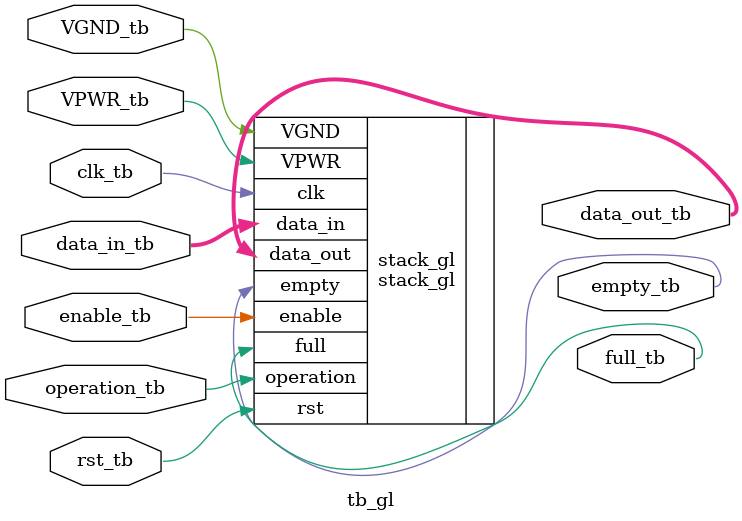
<source format=v>
`default_nettype none
`timescale 1ns/1ns

/*
this testbench just instantiates the module and makes some convenient wires
that can be driven / tested by the cocotb test.py
*/

module tb_gl (
    // testbench is controlled by test/test_*.py files
    input wire VGND_tb,
    input wire VPWR_tb,
    input wire clk_tb,
    input wire rst_tb,
    input wire enable_tb,
    input wire operation_tb,
    input wire [15:0] data_in_tb,
    output reg [15:0] data_out_tb,
    output wire full_tb,
    output wire empty_tb
);

    // instantiate the DUT
    stack_gl stack_gl(
        .VGND (VGND_tb),
        .VPWR (VPWR_tb),
        .clk (clk_tb),
        .rst (rst_tb),
        .enable (enable_tb),
        .operation (operation_tb),
        .data_in (data_in_tb),
        .data_out (data_out_tb),
        .full (full_tb),
        .empty (empty_tb)
    );

endmodule

</source>
